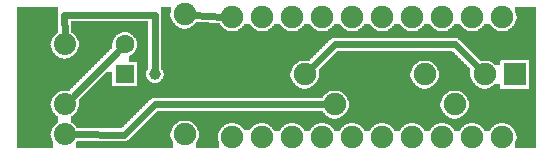
<source format=gtl>
G04 MADE WITH FRITZING*
G04 WWW.FRITZING.ORG*
G04 DOUBLE SIDED*
G04 HOLES PLATED*
G04 CONTOUR ON CENTER OF CONTOUR VECTOR*
%ASAXBY*%
%FSLAX23Y23*%
%MOIN*%
%OFA0B0*%
%SFA1.0B1.0*%
%ADD10C,0.075000*%
%ADD11C,0.062992*%
%ADD12C,0.039370*%
%ADD13C,0.073749*%
%ADD14C,0.075334*%
%ADD15R,0.062992X0.062992*%
%ADD16R,0.075000X0.075000*%
%ADD17C,0.024000*%
%LNCOPPER1*%
G90*
G70*
G54D10*
X102Y448D03*
G54D11*
X400Y286D03*
X400Y385D03*
X400Y286D03*
X400Y385D03*
G54D12*
X500Y285D03*
G54D13*
X200Y85D03*
X200Y185D03*
X200Y385D03*
X200Y85D03*
X200Y185D03*
X200Y385D03*
G54D10*
X600Y485D03*
X600Y85D03*
X600Y485D03*
X600Y85D03*
X1100Y185D03*
X1500Y185D03*
X1100Y185D03*
X1500Y185D03*
X1000Y285D03*
X1400Y285D03*
X1000Y285D03*
X1400Y285D03*
X1700Y285D03*
X1600Y285D03*
X1700Y285D03*
X1600Y285D03*
G54D14*
X958Y476D03*
X1058Y476D03*
X1158Y476D03*
X1258Y476D03*
X1358Y476D03*
X1458Y476D03*
X1558Y476D03*
X1658Y476D03*
X1058Y76D03*
X1158Y76D03*
X1258Y76D03*
X1358Y76D03*
X1458Y76D03*
X1558Y76D03*
X1658Y76D03*
X958Y76D03*
X858Y476D03*
X857Y76D03*
X758Y476D03*
X758Y76D03*
G54D15*
X400Y286D03*
X400Y286D03*
G54D16*
X1700Y285D03*
X1700Y285D03*
G54D17*
X628Y483D02*
X726Y478D01*
D02*
X381Y366D02*
X223Y207D01*
D02*
X500Y484D02*
X199Y484D01*
D02*
X199Y484D02*
X200Y417D01*
D02*
X500Y304D02*
X500Y484D01*
D02*
X500Y185D02*
X399Y84D01*
D02*
X1071Y185D02*
X500Y185D01*
D02*
X399Y84D02*
X232Y85D01*
D02*
X1100Y385D02*
X1020Y305D01*
D02*
X1500Y385D02*
X1100Y385D01*
D02*
X1580Y305D02*
X1500Y385D01*
G36*
X40Y511D02*
X40Y337D01*
X194Y337D01*
X194Y339D01*
X188Y339D01*
X188Y341D01*
X182Y341D01*
X182Y343D01*
X178Y343D01*
X178Y345D01*
X176Y345D01*
X176Y347D01*
X172Y347D01*
X172Y349D01*
X170Y349D01*
X170Y351D01*
X168Y351D01*
X168Y353D01*
X166Y353D01*
X166Y355D01*
X164Y355D01*
X164Y357D01*
X162Y357D01*
X162Y361D01*
X160Y361D01*
X160Y363D01*
X158Y363D01*
X158Y367D01*
X156Y367D01*
X156Y373D01*
X154Y373D01*
X154Y383D01*
X152Y383D01*
X152Y387D01*
X154Y387D01*
X154Y397D01*
X156Y397D01*
X156Y401D01*
X158Y401D01*
X158Y405D01*
X160Y405D01*
X160Y409D01*
X162Y409D01*
X162Y411D01*
X164Y411D01*
X164Y413D01*
X166Y413D01*
X166Y417D01*
X170Y417D01*
X170Y419D01*
X172Y419D01*
X172Y421D01*
X174Y421D01*
X174Y423D01*
X176Y423D01*
X176Y425D01*
X178Y425D01*
X178Y511D01*
X40Y511D01*
G37*
D02*
G36*
X520Y511D02*
X520Y491D01*
X522Y491D01*
X522Y437D01*
X592Y437D01*
X592Y439D01*
X586Y439D01*
X586Y441D01*
X580Y441D01*
X580Y443D01*
X578Y443D01*
X578Y445D01*
X574Y445D01*
X574Y447D01*
X572Y447D01*
X572Y449D01*
X570Y449D01*
X570Y451D01*
X568Y451D01*
X568Y453D01*
X566Y453D01*
X566Y455D01*
X564Y455D01*
X564Y457D01*
X562Y457D01*
X562Y459D01*
X560Y459D01*
X560Y463D01*
X558Y463D01*
X558Y467D01*
X556Y467D01*
X556Y471D01*
X554Y471D01*
X554Y477D01*
X552Y477D01*
X552Y491D01*
X554Y491D01*
X554Y511D01*
X520Y511D01*
G37*
D02*
G36*
X1702Y511D02*
X1702Y489D01*
X1704Y489D01*
X1704Y481D01*
X1706Y481D01*
X1706Y469D01*
X1704Y469D01*
X1704Y463D01*
X1702Y463D01*
X1702Y457D01*
X1700Y457D01*
X1700Y453D01*
X1698Y453D01*
X1698Y451D01*
X1696Y451D01*
X1696Y447D01*
X1694Y447D01*
X1694Y445D01*
X1692Y445D01*
X1692Y443D01*
X1690Y443D01*
X1690Y441D01*
X1688Y441D01*
X1688Y439D01*
X1684Y439D01*
X1684Y437D01*
X1682Y437D01*
X1682Y435D01*
X1678Y435D01*
X1678Y433D01*
X1676Y433D01*
X1676Y431D01*
X1670Y431D01*
X1670Y429D01*
X1658Y429D01*
X1658Y427D01*
X1770Y427D01*
X1770Y511D01*
X1702Y511D01*
G37*
D02*
G36*
X222Y463D02*
X222Y425D01*
X410Y425D01*
X410Y423D01*
X416Y423D01*
X416Y421D01*
X418Y421D01*
X418Y419D01*
X422Y419D01*
X422Y417D01*
X424Y417D01*
X424Y415D01*
X426Y415D01*
X426Y413D01*
X428Y413D01*
X428Y411D01*
X430Y411D01*
X430Y409D01*
X432Y409D01*
X432Y407D01*
X434Y407D01*
X434Y405D01*
X436Y405D01*
X436Y401D01*
X438Y401D01*
X438Y395D01*
X440Y395D01*
X440Y389D01*
X442Y389D01*
X442Y381D01*
X440Y381D01*
X440Y373D01*
X438Y373D01*
X438Y369D01*
X436Y369D01*
X436Y365D01*
X434Y365D01*
X434Y361D01*
X432Y361D01*
X432Y359D01*
X430Y359D01*
X430Y357D01*
X428Y357D01*
X428Y355D01*
X426Y355D01*
X426Y353D01*
X424Y353D01*
X424Y351D01*
X420Y351D01*
X420Y349D01*
X418Y349D01*
X418Y347D01*
X414Y347D01*
X414Y327D01*
X442Y327D01*
X442Y255D01*
X496Y255D01*
X496Y257D01*
X490Y257D01*
X490Y259D01*
X486Y259D01*
X486Y261D01*
X484Y261D01*
X484Y263D01*
X480Y263D01*
X480Y265D01*
X478Y265D01*
X478Y269D01*
X476Y269D01*
X476Y271D01*
X474Y271D01*
X474Y275D01*
X472Y275D01*
X472Y279D01*
X470Y279D01*
X470Y291D01*
X472Y291D01*
X472Y295D01*
X474Y295D01*
X474Y299D01*
X476Y299D01*
X476Y301D01*
X478Y301D01*
X478Y463D01*
X222Y463D01*
G37*
D02*
G36*
X638Y459D02*
X638Y457D01*
X636Y457D01*
X636Y455D01*
X634Y455D01*
X634Y453D01*
X632Y453D01*
X632Y451D01*
X630Y451D01*
X630Y449D01*
X628Y449D01*
X628Y447D01*
X626Y447D01*
X626Y445D01*
X622Y445D01*
X622Y443D01*
X618Y443D01*
X618Y441D01*
X614Y441D01*
X614Y439D01*
X608Y439D01*
X608Y437D01*
X730Y437D01*
X730Y439D01*
X728Y439D01*
X728Y441D01*
X726Y441D01*
X726Y443D01*
X724Y443D01*
X724Y445D01*
X722Y445D01*
X722Y447D01*
X720Y447D01*
X720Y451D01*
X718Y451D01*
X718Y453D01*
X716Y453D01*
X716Y455D01*
X714Y455D01*
X714Y457D01*
X680Y457D01*
X680Y459D01*
X638Y459D01*
G37*
D02*
G36*
X798Y453D02*
X798Y451D01*
X796Y451D01*
X796Y447D01*
X794Y447D01*
X794Y445D01*
X792Y445D01*
X792Y443D01*
X790Y443D01*
X790Y441D01*
X788Y441D01*
X788Y439D01*
X784Y439D01*
X784Y437D01*
X782Y437D01*
X782Y435D01*
X778Y435D01*
X778Y433D01*
X776Y433D01*
X776Y431D01*
X770Y431D01*
X770Y429D01*
X758Y429D01*
X758Y427D01*
X856Y427D01*
X856Y429D01*
X846Y429D01*
X846Y431D01*
X840Y431D01*
X840Y433D01*
X838Y433D01*
X838Y435D01*
X834Y435D01*
X834Y437D01*
X830Y437D01*
X830Y439D01*
X828Y439D01*
X828Y441D01*
X826Y441D01*
X826Y443D01*
X824Y443D01*
X824Y445D01*
X822Y445D01*
X822Y447D01*
X820Y447D01*
X820Y451D01*
X818Y451D01*
X818Y453D01*
X798Y453D01*
G37*
D02*
G36*
X898Y453D02*
X898Y451D01*
X896Y451D01*
X896Y447D01*
X894Y447D01*
X894Y445D01*
X892Y445D01*
X892Y443D01*
X890Y443D01*
X890Y441D01*
X888Y441D01*
X888Y439D01*
X884Y439D01*
X884Y437D01*
X882Y437D01*
X882Y435D01*
X878Y435D01*
X878Y433D01*
X876Y433D01*
X876Y431D01*
X870Y431D01*
X870Y429D01*
X858Y429D01*
X858Y427D01*
X956Y427D01*
X956Y429D01*
X946Y429D01*
X946Y431D01*
X940Y431D01*
X940Y433D01*
X938Y433D01*
X938Y435D01*
X934Y435D01*
X934Y437D01*
X930Y437D01*
X930Y439D01*
X928Y439D01*
X928Y441D01*
X926Y441D01*
X926Y443D01*
X924Y443D01*
X924Y445D01*
X922Y445D01*
X922Y447D01*
X920Y447D01*
X920Y451D01*
X918Y451D01*
X918Y453D01*
X898Y453D01*
G37*
D02*
G36*
X998Y453D02*
X998Y451D01*
X996Y451D01*
X996Y447D01*
X994Y447D01*
X994Y445D01*
X992Y445D01*
X992Y443D01*
X990Y443D01*
X990Y441D01*
X988Y441D01*
X988Y439D01*
X984Y439D01*
X984Y437D01*
X982Y437D01*
X982Y435D01*
X978Y435D01*
X978Y433D01*
X976Y433D01*
X976Y431D01*
X970Y431D01*
X970Y429D01*
X958Y429D01*
X958Y427D01*
X1056Y427D01*
X1056Y429D01*
X1046Y429D01*
X1046Y431D01*
X1040Y431D01*
X1040Y433D01*
X1038Y433D01*
X1038Y435D01*
X1034Y435D01*
X1034Y437D01*
X1030Y437D01*
X1030Y439D01*
X1028Y439D01*
X1028Y441D01*
X1026Y441D01*
X1026Y443D01*
X1024Y443D01*
X1024Y445D01*
X1022Y445D01*
X1022Y447D01*
X1020Y447D01*
X1020Y451D01*
X1018Y451D01*
X1018Y453D01*
X998Y453D01*
G37*
D02*
G36*
X1098Y453D02*
X1098Y451D01*
X1096Y451D01*
X1096Y447D01*
X1094Y447D01*
X1094Y445D01*
X1092Y445D01*
X1092Y443D01*
X1090Y443D01*
X1090Y441D01*
X1088Y441D01*
X1088Y439D01*
X1084Y439D01*
X1084Y437D01*
X1082Y437D01*
X1082Y435D01*
X1078Y435D01*
X1078Y433D01*
X1076Y433D01*
X1076Y431D01*
X1070Y431D01*
X1070Y429D01*
X1058Y429D01*
X1058Y427D01*
X1156Y427D01*
X1156Y429D01*
X1146Y429D01*
X1146Y431D01*
X1140Y431D01*
X1140Y433D01*
X1138Y433D01*
X1138Y435D01*
X1134Y435D01*
X1134Y437D01*
X1130Y437D01*
X1130Y439D01*
X1128Y439D01*
X1128Y441D01*
X1126Y441D01*
X1126Y443D01*
X1124Y443D01*
X1124Y445D01*
X1122Y445D01*
X1122Y447D01*
X1120Y447D01*
X1120Y451D01*
X1118Y451D01*
X1118Y453D01*
X1098Y453D01*
G37*
D02*
G36*
X1198Y453D02*
X1198Y451D01*
X1196Y451D01*
X1196Y447D01*
X1194Y447D01*
X1194Y445D01*
X1192Y445D01*
X1192Y443D01*
X1190Y443D01*
X1190Y441D01*
X1188Y441D01*
X1188Y439D01*
X1184Y439D01*
X1184Y437D01*
X1182Y437D01*
X1182Y435D01*
X1178Y435D01*
X1178Y433D01*
X1176Y433D01*
X1176Y431D01*
X1170Y431D01*
X1170Y429D01*
X1158Y429D01*
X1158Y427D01*
X1256Y427D01*
X1256Y429D01*
X1246Y429D01*
X1246Y431D01*
X1240Y431D01*
X1240Y433D01*
X1238Y433D01*
X1238Y435D01*
X1234Y435D01*
X1234Y437D01*
X1230Y437D01*
X1230Y439D01*
X1228Y439D01*
X1228Y441D01*
X1226Y441D01*
X1226Y443D01*
X1224Y443D01*
X1224Y445D01*
X1222Y445D01*
X1222Y447D01*
X1220Y447D01*
X1220Y451D01*
X1218Y451D01*
X1218Y453D01*
X1198Y453D01*
G37*
D02*
G36*
X1298Y453D02*
X1298Y451D01*
X1296Y451D01*
X1296Y447D01*
X1294Y447D01*
X1294Y445D01*
X1292Y445D01*
X1292Y443D01*
X1290Y443D01*
X1290Y441D01*
X1288Y441D01*
X1288Y439D01*
X1284Y439D01*
X1284Y437D01*
X1282Y437D01*
X1282Y435D01*
X1278Y435D01*
X1278Y433D01*
X1276Y433D01*
X1276Y431D01*
X1270Y431D01*
X1270Y429D01*
X1258Y429D01*
X1258Y427D01*
X1356Y427D01*
X1356Y429D01*
X1346Y429D01*
X1346Y431D01*
X1340Y431D01*
X1340Y433D01*
X1338Y433D01*
X1338Y435D01*
X1334Y435D01*
X1334Y437D01*
X1330Y437D01*
X1330Y439D01*
X1328Y439D01*
X1328Y441D01*
X1326Y441D01*
X1326Y443D01*
X1324Y443D01*
X1324Y445D01*
X1322Y445D01*
X1322Y447D01*
X1320Y447D01*
X1320Y451D01*
X1318Y451D01*
X1318Y453D01*
X1298Y453D01*
G37*
D02*
G36*
X1398Y453D02*
X1398Y451D01*
X1396Y451D01*
X1396Y447D01*
X1394Y447D01*
X1394Y445D01*
X1392Y445D01*
X1392Y443D01*
X1390Y443D01*
X1390Y441D01*
X1388Y441D01*
X1388Y439D01*
X1384Y439D01*
X1384Y437D01*
X1382Y437D01*
X1382Y435D01*
X1378Y435D01*
X1378Y433D01*
X1376Y433D01*
X1376Y431D01*
X1370Y431D01*
X1370Y429D01*
X1358Y429D01*
X1358Y427D01*
X1456Y427D01*
X1456Y429D01*
X1446Y429D01*
X1446Y431D01*
X1440Y431D01*
X1440Y433D01*
X1438Y433D01*
X1438Y435D01*
X1434Y435D01*
X1434Y437D01*
X1430Y437D01*
X1430Y439D01*
X1428Y439D01*
X1428Y441D01*
X1426Y441D01*
X1426Y443D01*
X1424Y443D01*
X1424Y445D01*
X1422Y445D01*
X1422Y447D01*
X1420Y447D01*
X1420Y451D01*
X1418Y451D01*
X1418Y453D01*
X1398Y453D01*
G37*
D02*
G36*
X1498Y453D02*
X1498Y451D01*
X1496Y451D01*
X1496Y447D01*
X1494Y447D01*
X1494Y445D01*
X1492Y445D01*
X1492Y443D01*
X1490Y443D01*
X1490Y441D01*
X1488Y441D01*
X1488Y439D01*
X1484Y439D01*
X1484Y437D01*
X1482Y437D01*
X1482Y435D01*
X1478Y435D01*
X1478Y433D01*
X1476Y433D01*
X1476Y431D01*
X1470Y431D01*
X1470Y429D01*
X1458Y429D01*
X1458Y427D01*
X1556Y427D01*
X1556Y429D01*
X1546Y429D01*
X1546Y431D01*
X1540Y431D01*
X1540Y433D01*
X1538Y433D01*
X1538Y435D01*
X1534Y435D01*
X1534Y437D01*
X1530Y437D01*
X1530Y439D01*
X1528Y439D01*
X1528Y441D01*
X1526Y441D01*
X1526Y443D01*
X1524Y443D01*
X1524Y445D01*
X1522Y445D01*
X1522Y447D01*
X1520Y447D01*
X1520Y451D01*
X1518Y451D01*
X1518Y453D01*
X1498Y453D01*
G37*
D02*
G36*
X1598Y453D02*
X1598Y451D01*
X1596Y451D01*
X1596Y447D01*
X1594Y447D01*
X1594Y445D01*
X1592Y445D01*
X1592Y443D01*
X1590Y443D01*
X1590Y441D01*
X1588Y441D01*
X1588Y439D01*
X1584Y439D01*
X1584Y437D01*
X1582Y437D01*
X1582Y435D01*
X1578Y435D01*
X1578Y433D01*
X1576Y433D01*
X1576Y431D01*
X1570Y431D01*
X1570Y429D01*
X1558Y429D01*
X1558Y427D01*
X1656Y427D01*
X1656Y429D01*
X1646Y429D01*
X1646Y431D01*
X1640Y431D01*
X1640Y433D01*
X1638Y433D01*
X1638Y435D01*
X1634Y435D01*
X1634Y437D01*
X1630Y437D01*
X1630Y439D01*
X1628Y439D01*
X1628Y441D01*
X1626Y441D01*
X1626Y443D01*
X1624Y443D01*
X1624Y445D01*
X1622Y445D01*
X1622Y447D01*
X1620Y447D01*
X1620Y451D01*
X1618Y451D01*
X1618Y453D01*
X1598Y453D01*
G37*
D02*
G36*
X522Y437D02*
X522Y435D01*
X734Y435D01*
X734Y437D01*
X522Y437D01*
G37*
D02*
G36*
X522Y437D02*
X522Y435D01*
X734Y435D01*
X734Y437D01*
X522Y437D01*
G37*
D02*
G36*
X522Y435D02*
X522Y427D01*
X756Y427D01*
X756Y429D01*
X746Y429D01*
X746Y431D01*
X740Y431D01*
X740Y433D01*
X738Y433D01*
X738Y435D01*
X522Y435D01*
G37*
D02*
G36*
X522Y427D02*
X522Y425D01*
X1770Y425D01*
X1770Y427D01*
X522Y427D01*
G37*
D02*
G36*
X522Y427D02*
X522Y425D01*
X1770Y425D01*
X1770Y427D01*
X522Y427D01*
G37*
D02*
G36*
X522Y427D02*
X522Y425D01*
X1770Y425D01*
X1770Y427D01*
X522Y427D01*
G37*
D02*
G36*
X522Y427D02*
X522Y425D01*
X1770Y425D01*
X1770Y427D01*
X522Y427D01*
G37*
D02*
G36*
X522Y427D02*
X522Y425D01*
X1770Y425D01*
X1770Y427D01*
X522Y427D01*
G37*
D02*
G36*
X522Y427D02*
X522Y425D01*
X1770Y425D01*
X1770Y427D01*
X522Y427D01*
G37*
D02*
G36*
X522Y427D02*
X522Y425D01*
X1770Y425D01*
X1770Y427D01*
X522Y427D01*
G37*
D02*
G36*
X522Y427D02*
X522Y425D01*
X1770Y425D01*
X1770Y427D01*
X522Y427D01*
G37*
D02*
G36*
X522Y427D02*
X522Y425D01*
X1770Y425D01*
X1770Y427D01*
X522Y427D01*
G37*
D02*
G36*
X522Y427D02*
X522Y425D01*
X1770Y425D01*
X1770Y427D01*
X522Y427D01*
G37*
D02*
G36*
X522Y427D02*
X522Y425D01*
X1770Y425D01*
X1770Y427D01*
X522Y427D01*
G37*
D02*
G36*
X222Y425D02*
X222Y423D01*
X226Y423D01*
X226Y421D01*
X228Y421D01*
X228Y419D01*
X230Y419D01*
X230Y417D01*
X232Y417D01*
X232Y415D01*
X234Y415D01*
X234Y413D01*
X236Y413D01*
X236Y411D01*
X238Y411D01*
X238Y407D01*
X240Y407D01*
X240Y405D01*
X242Y405D01*
X242Y401D01*
X244Y401D01*
X244Y395D01*
X246Y395D01*
X246Y375D01*
X244Y375D01*
X244Y369D01*
X242Y369D01*
X242Y365D01*
X240Y365D01*
X240Y361D01*
X238Y361D01*
X238Y359D01*
X236Y359D01*
X236Y355D01*
X234Y355D01*
X234Y353D01*
X232Y353D01*
X232Y351D01*
X230Y351D01*
X230Y349D01*
X226Y349D01*
X226Y347D01*
X224Y347D01*
X224Y345D01*
X220Y345D01*
X220Y343D01*
X218Y343D01*
X218Y341D01*
X212Y341D01*
X212Y339D01*
X204Y339D01*
X204Y337D01*
X322Y337D01*
X322Y339D01*
X324Y339D01*
X324Y341D01*
X326Y341D01*
X326Y343D01*
X328Y343D01*
X328Y345D01*
X330Y345D01*
X330Y347D01*
X332Y347D01*
X332Y349D01*
X334Y349D01*
X334Y351D01*
X336Y351D01*
X336Y353D01*
X338Y353D01*
X338Y355D01*
X340Y355D01*
X340Y357D01*
X342Y357D01*
X342Y359D01*
X344Y359D01*
X344Y361D01*
X346Y361D01*
X346Y363D01*
X348Y363D01*
X348Y365D01*
X350Y365D01*
X350Y367D01*
X352Y367D01*
X352Y369D01*
X354Y369D01*
X354Y371D01*
X356Y371D01*
X356Y373D01*
X358Y373D01*
X358Y391D01*
X360Y391D01*
X360Y397D01*
X362Y397D01*
X362Y401D01*
X364Y401D01*
X364Y405D01*
X366Y405D01*
X366Y407D01*
X368Y407D01*
X368Y411D01*
X370Y411D01*
X370Y413D01*
X372Y413D01*
X372Y415D01*
X374Y415D01*
X374Y417D01*
X378Y417D01*
X378Y419D01*
X380Y419D01*
X380Y421D01*
X384Y421D01*
X384Y423D01*
X390Y423D01*
X390Y425D01*
X222Y425D01*
G37*
D02*
G36*
X522Y425D02*
X522Y407D01*
X1504Y407D01*
X1504Y405D01*
X1510Y405D01*
X1510Y403D01*
X1512Y403D01*
X1512Y401D01*
X1516Y401D01*
X1516Y399D01*
X1518Y399D01*
X1518Y397D01*
X1520Y397D01*
X1520Y395D01*
X1522Y395D01*
X1522Y393D01*
X1524Y393D01*
X1524Y391D01*
X1526Y391D01*
X1526Y389D01*
X1528Y389D01*
X1528Y387D01*
X1530Y387D01*
X1530Y385D01*
X1532Y385D01*
X1532Y383D01*
X1534Y383D01*
X1534Y381D01*
X1536Y381D01*
X1536Y379D01*
X1538Y379D01*
X1538Y377D01*
X1540Y377D01*
X1540Y375D01*
X1542Y375D01*
X1542Y373D01*
X1544Y373D01*
X1544Y371D01*
X1546Y371D01*
X1546Y369D01*
X1548Y369D01*
X1548Y367D01*
X1550Y367D01*
X1550Y365D01*
X1552Y365D01*
X1552Y363D01*
X1554Y363D01*
X1554Y361D01*
X1556Y361D01*
X1556Y359D01*
X1558Y359D01*
X1558Y357D01*
X1560Y357D01*
X1560Y355D01*
X1562Y355D01*
X1562Y353D01*
X1564Y353D01*
X1564Y351D01*
X1566Y351D01*
X1566Y349D01*
X1568Y349D01*
X1568Y347D01*
X1570Y347D01*
X1570Y345D01*
X1572Y345D01*
X1572Y343D01*
X1574Y343D01*
X1574Y341D01*
X1576Y341D01*
X1576Y339D01*
X1578Y339D01*
X1578Y337D01*
X1580Y337D01*
X1580Y335D01*
X1582Y335D01*
X1582Y333D01*
X1746Y333D01*
X1746Y331D01*
X1748Y331D01*
X1748Y237D01*
X1770Y237D01*
X1770Y425D01*
X522Y425D01*
G37*
D02*
G36*
X522Y407D02*
X522Y301D01*
X524Y301D01*
X524Y299D01*
X526Y299D01*
X526Y295D01*
X528Y295D01*
X528Y291D01*
X530Y291D01*
X530Y281D01*
X528Y281D01*
X528Y275D01*
X526Y275D01*
X526Y271D01*
X524Y271D01*
X524Y269D01*
X522Y269D01*
X522Y265D01*
X520Y265D01*
X520Y263D01*
X516Y263D01*
X516Y261D01*
X514Y261D01*
X514Y259D01*
X510Y259D01*
X510Y257D01*
X504Y257D01*
X504Y255D01*
X964Y255D01*
X964Y257D01*
X962Y257D01*
X962Y259D01*
X960Y259D01*
X960Y263D01*
X958Y263D01*
X958Y267D01*
X956Y267D01*
X956Y271D01*
X954Y271D01*
X954Y277D01*
X952Y277D01*
X952Y291D01*
X954Y291D01*
X954Y297D01*
X956Y297D01*
X956Y303D01*
X958Y303D01*
X958Y307D01*
X960Y307D01*
X960Y309D01*
X962Y309D01*
X962Y313D01*
X964Y313D01*
X964Y315D01*
X966Y315D01*
X966Y317D01*
X968Y317D01*
X968Y319D01*
X970Y319D01*
X970Y321D01*
X974Y321D01*
X974Y323D01*
X976Y323D01*
X976Y325D01*
X980Y325D01*
X980Y327D01*
X982Y327D01*
X982Y329D01*
X988Y329D01*
X988Y331D01*
X1016Y331D01*
X1016Y333D01*
X1018Y333D01*
X1018Y335D01*
X1020Y335D01*
X1020Y337D01*
X1022Y337D01*
X1022Y339D01*
X1024Y339D01*
X1024Y341D01*
X1026Y341D01*
X1026Y343D01*
X1028Y343D01*
X1028Y345D01*
X1030Y345D01*
X1030Y347D01*
X1032Y347D01*
X1032Y349D01*
X1034Y349D01*
X1034Y351D01*
X1036Y351D01*
X1036Y353D01*
X1038Y353D01*
X1038Y355D01*
X1040Y355D01*
X1040Y357D01*
X1042Y357D01*
X1042Y359D01*
X1044Y359D01*
X1044Y361D01*
X1046Y361D01*
X1046Y363D01*
X1048Y363D01*
X1048Y365D01*
X1050Y365D01*
X1050Y367D01*
X1052Y367D01*
X1052Y369D01*
X1054Y369D01*
X1054Y371D01*
X1056Y371D01*
X1056Y373D01*
X1058Y373D01*
X1058Y375D01*
X1060Y375D01*
X1060Y377D01*
X1062Y377D01*
X1062Y379D01*
X1064Y379D01*
X1064Y381D01*
X1066Y381D01*
X1066Y383D01*
X1068Y383D01*
X1068Y385D01*
X1070Y385D01*
X1070Y387D01*
X1072Y387D01*
X1072Y389D01*
X1074Y389D01*
X1074Y391D01*
X1076Y391D01*
X1076Y393D01*
X1078Y393D01*
X1078Y395D01*
X1080Y395D01*
X1080Y397D01*
X1082Y397D01*
X1082Y399D01*
X1084Y399D01*
X1084Y401D01*
X1088Y401D01*
X1088Y403D01*
X1090Y403D01*
X1090Y405D01*
X1096Y405D01*
X1096Y407D01*
X522Y407D01*
G37*
D02*
G36*
X1108Y363D02*
X1108Y361D01*
X1106Y361D01*
X1106Y359D01*
X1104Y359D01*
X1104Y357D01*
X1102Y357D01*
X1102Y355D01*
X1100Y355D01*
X1100Y353D01*
X1098Y353D01*
X1098Y351D01*
X1096Y351D01*
X1096Y349D01*
X1094Y349D01*
X1094Y347D01*
X1092Y347D01*
X1092Y345D01*
X1090Y345D01*
X1090Y343D01*
X1088Y343D01*
X1088Y341D01*
X1086Y341D01*
X1086Y339D01*
X1084Y339D01*
X1084Y337D01*
X1082Y337D01*
X1082Y335D01*
X1080Y335D01*
X1080Y333D01*
X1078Y333D01*
X1078Y331D01*
X1412Y331D01*
X1412Y329D01*
X1416Y329D01*
X1416Y327D01*
X1420Y327D01*
X1420Y325D01*
X1424Y325D01*
X1424Y323D01*
X1426Y323D01*
X1426Y321D01*
X1428Y321D01*
X1428Y319D01*
X1432Y319D01*
X1432Y317D01*
X1434Y317D01*
X1434Y313D01*
X1436Y313D01*
X1436Y311D01*
X1438Y311D01*
X1438Y309D01*
X1440Y309D01*
X1440Y305D01*
X1442Y305D01*
X1442Y301D01*
X1444Y301D01*
X1444Y297D01*
X1446Y297D01*
X1446Y289D01*
X1448Y289D01*
X1448Y281D01*
X1446Y281D01*
X1446Y273D01*
X1444Y273D01*
X1444Y267D01*
X1442Y267D01*
X1442Y263D01*
X1440Y263D01*
X1440Y261D01*
X1438Y261D01*
X1438Y257D01*
X1436Y257D01*
X1436Y255D01*
X1434Y255D01*
X1434Y253D01*
X1432Y253D01*
X1432Y251D01*
X1430Y251D01*
X1430Y249D01*
X1428Y249D01*
X1428Y247D01*
X1426Y247D01*
X1426Y245D01*
X1422Y245D01*
X1422Y243D01*
X1418Y243D01*
X1418Y241D01*
X1414Y241D01*
X1414Y239D01*
X1408Y239D01*
X1408Y237D01*
X1592Y237D01*
X1592Y239D01*
X1586Y239D01*
X1586Y241D01*
X1580Y241D01*
X1580Y243D01*
X1578Y243D01*
X1578Y245D01*
X1574Y245D01*
X1574Y247D01*
X1572Y247D01*
X1572Y249D01*
X1570Y249D01*
X1570Y251D01*
X1568Y251D01*
X1568Y253D01*
X1566Y253D01*
X1566Y255D01*
X1564Y255D01*
X1564Y257D01*
X1562Y257D01*
X1562Y259D01*
X1560Y259D01*
X1560Y263D01*
X1558Y263D01*
X1558Y267D01*
X1556Y267D01*
X1556Y271D01*
X1554Y271D01*
X1554Y277D01*
X1552Y277D01*
X1552Y303D01*
X1550Y303D01*
X1550Y305D01*
X1548Y305D01*
X1548Y307D01*
X1546Y307D01*
X1546Y309D01*
X1544Y309D01*
X1544Y311D01*
X1542Y311D01*
X1542Y313D01*
X1540Y313D01*
X1540Y315D01*
X1538Y315D01*
X1538Y317D01*
X1536Y317D01*
X1536Y319D01*
X1534Y319D01*
X1534Y321D01*
X1532Y321D01*
X1532Y323D01*
X1530Y323D01*
X1530Y325D01*
X1528Y325D01*
X1528Y327D01*
X1526Y327D01*
X1526Y329D01*
X1524Y329D01*
X1524Y331D01*
X1522Y331D01*
X1522Y333D01*
X1520Y333D01*
X1520Y335D01*
X1518Y335D01*
X1518Y337D01*
X1516Y337D01*
X1516Y339D01*
X1514Y339D01*
X1514Y341D01*
X1512Y341D01*
X1512Y343D01*
X1510Y343D01*
X1510Y345D01*
X1508Y345D01*
X1508Y347D01*
X1506Y347D01*
X1506Y349D01*
X1504Y349D01*
X1504Y351D01*
X1502Y351D01*
X1502Y353D01*
X1500Y353D01*
X1500Y355D01*
X1498Y355D01*
X1498Y357D01*
X1496Y357D01*
X1496Y359D01*
X1494Y359D01*
X1494Y361D01*
X1492Y361D01*
X1492Y363D01*
X1108Y363D01*
G37*
D02*
G36*
X40Y337D02*
X40Y335D01*
X320Y335D01*
X320Y337D01*
X40Y337D01*
G37*
D02*
G36*
X40Y337D02*
X40Y335D01*
X320Y335D01*
X320Y337D01*
X40Y337D01*
G37*
D02*
G36*
X40Y335D02*
X40Y41D01*
X162Y41D01*
X162Y61D01*
X160Y61D01*
X160Y63D01*
X158Y63D01*
X158Y67D01*
X156Y67D01*
X156Y73D01*
X154Y73D01*
X154Y83D01*
X152Y83D01*
X152Y87D01*
X154Y87D01*
X154Y97D01*
X156Y97D01*
X156Y101D01*
X158Y101D01*
X158Y105D01*
X160Y105D01*
X160Y109D01*
X162Y109D01*
X162Y111D01*
X164Y111D01*
X164Y113D01*
X166Y113D01*
X166Y117D01*
X170Y117D01*
X170Y119D01*
X172Y119D01*
X172Y121D01*
X174Y121D01*
X174Y123D01*
X176Y123D01*
X176Y125D01*
X178Y125D01*
X178Y145D01*
X176Y145D01*
X176Y147D01*
X172Y147D01*
X172Y149D01*
X170Y149D01*
X170Y151D01*
X168Y151D01*
X168Y153D01*
X166Y153D01*
X166Y155D01*
X164Y155D01*
X164Y157D01*
X162Y157D01*
X162Y161D01*
X160Y161D01*
X160Y163D01*
X158Y163D01*
X158Y167D01*
X156Y167D01*
X156Y173D01*
X154Y173D01*
X154Y183D01*
X152Y183D01*
X152Y187D01*
X154Y187D01*
X154Y197D01*
X156Y197D01*
X156Y201D01*
X158Y201D01*
X158Y205D01*
X160Y205D01*
X160Y209D01*
X162Y209D01*
X162Y211D01*
X164Y211D01*
X164Y213D01*
X166Y213D01*
X166Y217D01*
X170Y217D01*
X170Y219D01*
X172Y219D01*
X172Y221D01*
X174Y221D01*
X174Y223D01*
X176Y223D01*
X176Y225D01*
X180Y225D01*
X180Y227D01*
X184Y227D01*
X184Y229D01*
X190Y229D01*
X190Y231D01*
X216Y231D01*
X216Y233D01*
X218Y233D01*
X218Y235D01*
X220Y235D01*
X220Y237D01*
X222Y237D01*
X222Y239D01*
X224Y239D01*
X224Y241D01*
X226Y241D01*
X226Y243D01*
X228Y243D01*
X228Y245D01*
X230Y245D01*
X230Y247D01*
X232Y247D01*
X232Y249D01*
X234Y249D01*
X234Y251D01*
X236Y251D01*
X236Y253D01*
X238Y253D01*
X238Y255D01*
X240Y255D01*
X240Y257D01*
X242Y257D01*
X242Y259D01*
X244Y259D01*
X244Y261D01*
X246Y261D01*
X246Y263D01*
X248Y263D01*
X248Y265D01*
X250Y265D01*
X250Y267D01*
X252Y267D01*
X252Y269D01*
X254Y269D01*
X254Y271D01*
X256Y271D01*
X256Y273D01*
X258Y273D01*
X258Y275D01*
X260Y275D01*
X260Y277D01*
X262Y277D01*
X262Y279D01*
X264Y279D01*
X264Y281D01*
X266Y281D01*
X266Y283D01*
X268Y283D01*
X268Y285D01*
X270Y285D01*
X270Y287D01*
X272Y287D01*
X272Y289D01*
X274Y289D01*
X274Y291D01*
X276Y291D01*
X276Y293D01*
X278Y293D01*
X278Y295D01*
X280Y295D01*
X280Y297D01*
X282Y297D01*
X282Y299D01*
X284Y299D01*
X284Y301D01*
X286Y301D01*
X286Y303D01*
X288Y303D01*
X288Y305D01*
X290Y305D01*
X290Y307D01*
X292Y307D01*
X292Y309D01*
X294Y309D01*
X294Y311D01*
X296Y311D01*
X296Y313D01*
X298Y313D01*
X298Y315D01*
X300Y315D01*
X300Y317D01*
X302Y317D01*
X302Y319D01*
X304Y319D01*
X304Y321D01*
X306Y321D01*
X306Y323D01*
X308Y323D01*
X308Y325D01*
X310Y325D01*
X310Y327D01*
X312Y327D01*
X312Y329D01*
X314Y329D01*
X314Y331D01*
X316Y331D01*
X316Y333D01*
X318Y333D01*
X318Y335D01*
X40Y335D01*
G37*
D02*
G36*
X1584Y333D02*
X1584Y331D01*
X1612Y331D01*
X1612Y329D01*
X1616Y329D01*
X1616Y327D01*
X1620Y327D01*
X1620Y325D01*
X1624Y325D01*
X1624Y323D01*
X1626Y323D01*
X1626Y321D01*
X1628Y321D01*
X1628Y319D01*
X1632Y319D01*
X1632Y317D01*
X1652Y317D01*
X1652Y331D01*
X1654Y331D01*
X1654Y333D01*
X1584Y333D01*
G37*
D02*
G36*
X1076Y331D02*
X1076Y329D01*
X1074Y329D01*
X1074Y327D01*
X1072Y327D01*
X1072Y325D01*
X1070Y325D01*
X1070Y323D01*
X1068Y323D01*
X1068Y321D01*
X1066Y321D01*
X1066Y319D01*
X1064Y319D01*
X1064Y317D01*
X1062Y317D01*
X1062Y315D01*
X1060Y315D01*
X1060Y313D01*
X1058Y313D01*
X1058Y311D01*
X1056Y311D01*
X1056Y309D01*
X1054Y309D01*
X1054Y307D01*
X1052Y307D01*
X1052Y305D01*
X1050Y305D01*
X1050Y303D01*
X1048Y303D01*
X1048Y281D01*
X1046Y281D01*
X1046Y273D01*
X1044Y273D01*
X1044Y267D01*
X1042Y267D01*
X1042Y263D01*
X1040Y263D01*
X1040Y261D01*
X1038Y261D01*
X1038Y257D01*
X1036Y257D01*
X1036Y255D01*
X1034Y255D01*
X1034Y253D01*
X1032Y253D01*
X1032Y251D01*
X1030Y251D01*
X1030Y249D01*
X1028Y249D01*
X1028Y247D01*
X1026Y247D01*
X1026Y245D01*
X1022Y245D01*
X1022Y243D01*
X1018Y243D01*
X1018Y241D01*
X1014Y241D01*
X1014Y239D01*
X1008Y239D01*
X1008Y237D01*
X1392Y237D01*
X1392Y239D01*
X1386Y239D01*
X1386Y241D01*
X1380Y241D01*
X1380Y243D01*
X1378Y243D01*
X1378Y245D01*
X1374Y245D01*
X1374Y247D01*
X1372Y247D01*
X1372Y249D01*
X1370Y249D01*
X1370Y251D01*
X1368Y251D01*
X1368Y253D01*
X1366Y253D01*
X1366Y255D01*
X1364Y255D01*
X1364Y257D01*
X1362Y257D01*
X1362Y259D01*
X1360Y259D01*
X1360Y263D01*
X1358Y263D01*
X1358Y267D01*
X1356Y267D01*
X1356Y271D01*
X1354Y271D01*
X1354Y277D01*
X1352Y277D01*
X1352Y291D01*
X1354Y291D01*
X1354Y297D01*
X1356Y297D01*
X1356Y303D01*
X1358Y303D01*
X1358Y307D01*
X1360Y307D01*
X1360Y309D01*
X1362Y309D01*
X1362Y313D01*
X1364Y313D01*
X1364Y315D01*
X1366Y315D01*
X1366Y317D01*
X1368Y317D01*
X1368Y319D01*
X1370Y319D01*
X1370Y321D01*
X1374Y321D01*
X1374Y323D01*
X1376Y323D01*
X1376Y325D01*
X1380Y325D01*
X1380Y327D01*
X1382Y327D01*
X1382Y329D01*
X1388Y329D01*
X1388Y331D01*
X1076Y331D01*
G37*
D02*
G36*
X338Y293D02*
X338Y291D01*
X336Y291D01*
X336Y289D01*
X334Y289D01*
X334Y287D01*
X332Y287D01*
X332Y285D01*
X330Y285D01*
X330Y283D01*
X328Y283D01*
X328Y281D01*
X326Y281D01*
X326Y279D01*
X324Y279D01*
X324Y277D01*
X322Y277D01*
X322Y275D01*
X320Y275D01*
X320Y273D01*
X318Y273D01*
X318Y271D01*
X316Y271D01*
X316Y269D01*
X314Y269D01*
X314Y267D01*
X312Y267D01*
X312Y265D01*
X310Y265D01*
X310Y263D01*
X308Y263D01*
X308Y261D01*
X306Y261D01*
X306Y259D01*
X304Y259D01*
X304Y257D01*
X302Y257D01*
X302Y255D01*
X300Y255D01*
X300Y253D01*
X298Y253D01*
X298Y251D01*
X296Y251D01*
X296Y249D01*
X294Y249D01*
X294Y247D01*
X292Y247D01*
X292Y245D01*
X358Y245D01*
X358Y293D01*
X338Y293D01*
G37*
D02*
G36*
X442Y255D02*
X442Y253D01*
X966Y253D01*
X966Y255D01*
X442Y255D01*
G37*
D02*
G36*
X442Y255D02*
X442Y253D01*
X966Y253D01*
X966Y255D01*
X442Y255D01*
G37*
D02*
G36*
X442Y253D02*
X442Y245D01*
X974Y245D01*
X974Y247D01*
X972Y247D01*
X972Y249D01*
X970Y249D01*
X970Y251D01*
X968Y251D01*
X968Y253D01*
X442Y253D01*
G37*
D02*
G36*
X1632Y253D02*
X1632Y251D01*
X1630Y251D01*
X1630Y249D01*
X1628Y249D01*
X1628Y247D01*
X1626Y247D01*
X1626Y245D01*
X1622Y245D01*
X1622Y243D01*
X1618Y243D01*
X1618Y241D01*
X1614Y241D01*
X1614Y239D01*
X1608Y239D01*
X1608Y237D01*
X1652Y237D01*
X1652Y253D01*
X1632Y253D01*
G37*
D02*
G36*
X290Y245D02*
X290Y243D01*
X978Y243D01*
X978Y245D01*
X290Y245D01*
G37*
D02*
G36*
X290Y245D02*
X290Y243D01*
X978Y243D01*
X978Y245D01*
X290Y245D01*
G37*
D02*
G36*
X288Y243D02*
X288Y241D01*
X286Y241D01*
X286Y239D01*
X284Y239D01*
X284Y237D01*
X992Y237D01*
X992Y239D01*
X986Y239D01*
X986Y241D01*
X980Y241D01*
X980Y243D01*
X288Y243D01*
G37*
D02*
G36*
X282Y237D02*
X282Y235D01*
X1770Y235D01*
X1770Y237D01*
X282Y237D01*
G37*
D02*
G36*
X282Y237D02*
X282Y235D01*
X1770Y235D01*
X1770Y237D01*
X282Y237D01*
G37*
D02*
G36*
X282Y237D02*
X282Y235D01*
X1770Y235D01*
X1770Y237D01*
X282Y237D01*
G37*
D02*
G36*
X282Y237D02*
X282Y235D01*
X1770Y235D01*
X1770Y237D01*
X282Y237D01*
G37*
D02*
G36*
X282Y237D02*
X282Y235D01*
X1770Y235D01*
X1770Y237D01*
X282Y237D01*
G37*
D02*
G36*
X280Y235D02*
X280Y233D01*
X278Y233D01*
X278Y231D01*
X1512Y231D01*
X1512Y229D01*
X1516Y229D01*
X1516Y227D01*
X1520Y227D01*
X1520Y225D01*
X1524Y225D01*
X1524Y223D01*
X1526Y223D01*
X1526Y221D01*
X1528Y221D01*
X1528Y219D01*
X1532Y219D01*
X1532Y217D01*
X1534Y217D01*
X1534Y213D01*
X1536Y213D01*
X1536Y211D01*
X1538Y211D01*
X1538Y209D01*
X1540Y209D01*
X1540Y205D01*
X1542Y205D01*
X1542Y201D01*
X1544Y201D01*
X1544Y197D01*
X1546Y197D01*
X1546Y189D01*
X1548Y189D01*
X1548Y181D01*
X1546Y181D01*
X1546Y173D01*
X1544Y173D01*
X1544Y167D01*
X1542Y167D01*
X1542Y163D01*
X1540Y163D01*
X1540Y161D01*
X1538Y161D01*
X1538Y157D01*
X1536Y157D01*
X1536Y155D01*
X1534Y155D01*
X1534Y153D01*
X1532Y153D01*
X1532Y151D01*
X1530Y151D01*
X1530Y149D01*
X1528Y149D01*
X1528Y147D01*
X1526Y147D01*
X1526Y145D01*
X1522Y145D01*
X1522Y143D01*
X1518Y143D01*
X1518Y141D01*
X1514Y141D01*
X1514Y139D01*
X1508Y139D01*
X1508Y137D01*
X1770Y137D01*
X1770Y235D01*
X280Y235D01*
G37*
D02*
G36*
X276Y231D02*
X276Y229D01*
X274Y229D01*
X274Y227D01*
X272Y227D01*
X272Y225D01*
X270Y225D01*
X270Y223D01*
X268Y223D01*
X268Y221D01*
X266Y221D01*
X266Y219D01*
X264Y219D01*
X264Y217D01*
X262Y217D01*
X262Y215D01*
X260Y215D01*
X260Y213D01*
X258Y213D01*
X258Y211D01*
X256Y211D01*
X256Y209D01*
X254Y209D01*
X254Y207D01*
X252Y207D01*
X252Y205D01*
X250Y205D01*
X250Y203D01*
X248Y203D01*
X248Y201D01*
X246Y201D01*
X246Y175D01*
X244Y175D01*
X244Y169D01*
X242Y169D01*
X242Y165D01*
X240Y165D01*
X240Y161D01*
X238Y161D01*
X238Y159D01*
X236Y159D01*
X236Y155D01*
X234Y155D01*
X234Y153D01*
X232Y153D01*
X232Y151D01*
X230Y151D01*
X230Y149D01*
X226Y149D01*
X226Y147D01*
X224Y147D01*
X224Y145D01*
X220Y145D01*
X220Y125D01*
X222Y125D01*
X222Y123D01*
X226Y123D01*
X226Y121D01*
X228Y121D01*
X228Y119D01*
X230Y119D01*
X230Y117D01*
X232Y117D01*
X232Y115D01*
X234Y115D01*
X234Y113D01*
X236Y113D01*
X236Y111D01*
X238Y111D01*
X238Y107D01*
X392Y107D01*
X392Y109D01*
X394Y109D01*
X394Y111D01*
X396Y111D01*
X396Y113D01*
X398Y113D01*
X398Y115D01*
X400Y115D01*
X400Y117D01*
X402Y117D01*
X402Y119D01*
X404Y119D01*
X404Y121D01*
X406Y121D01*
X406Y123D01*
X408Y123D01*
X408Y125D01*
X410Y125D01*
X410Y127D01*
X412Y127D01*
X412Y129D01*
X414Y129D01*
X414Y131D01*
X416Y131D01*
X416Y133D01*
X418Y133D01*
X418Y135D01*
X420Y135D01*
X420Y137D01*
X422Y137D01*
X422Y139D01*
X424Y139D01*
X424Y141D01*
X426Y141D01*
X426Y143D01*
X428Y143D01*
X428Y145D01*
X430Y145D01*
X430Y147D01*
X432Y147D01*
X432Y149D01*
X434Y149D01*
X434Y151D01*
X436Y151D01*
X436Y153D01*
X438Y153D01*
X438Y155D01*
X440Y155D01*
X440Y157D01*
X442Y157D01*
X442Y159D01*
X444Y159D01*
X444Y161D01*
X446Y161D01*
X446Y163D01*
X448Y163D01*
X448Y165D01*
X450Y165D01*
X450Y167D01*
X452Y167D01*
X452Y169D01*
X454Y169D01*
X454Y171D01*
X456Y171D01*
X456Y173D01*
X458Y173D01*
X458Y175D01*
X460Y175D01*
X460Y177D01*
X462Y177D01*
X462Y179D01*
X464Y179D01*
X464Y181D01*
X466Y181D01*
X466Y183D01*
X468Y183D01*
X468Y185D01*
X470Y185D01*
X470Y187D01*
X472Y187D01*
X472Y189D01*
X474Y189D01*
X474Y191D01*
X476Y191D01*
X476Y193D01*
X478Y193D01*
X478Y195D01*
X480Y195D01*
X480Y197D01*
X482Y197D01*
X482Y199D01*
X484Y199D01*
X484Y201D01*
X486Y201D01*
X486Y203D01*
X490Y203D01*
X490Y205D01*
X494Y205D01*
X494Y207D01*
X1060Y207D01*
X1060Y209D01*
X1062Y209D01*
X1062Y213D01*
X1064Y213D01*
X1064Y215D01*
X1066Y215D01*
X1066Y217D01*
X1068Y217D01*
X1068Y219D01*
X1070Y219D01*
X1070Y221D01*
X1074Y221D01*
X1074Y223D01*
X1076Y223D01*
X1076Y225D01*
X1080Y225D01*
X1080Y227D01*
X1082Y227D01*
X1082Y229D01*
X1088Y229D01*
X1088Y231D01*
X276Y231D01*
G37*
D02*
G36*
X1112Y231D02*
X1112Y229D01*
X1116Y229D01*
X1116Y227D01*
X1120Y227D01*
X1120Y225D01*
X1124Y225D01*
X1124Y223D01*
X1126Y223D01*
X1126Y221D01*
X1128Y221D01*
X1128Y219D01*
X1132Y219D01*
X1132Y217D01*
X1134Y217D01*
X1134Y213D01*
X1136Y213D01*
X1136Y211D01*
X1138Y211D01*
X1138Y209D01*
X1140Y209D01*
X1140Y205D01*
X1142Y205D01*
X1142Y201D01*
X1144Y201D01*
X1144Y197D01*
X1146Y197D01*
X1146Y189D01*
X1148Y189D01*
X1148Y181D01*
X1146Y181D01*
X1146Y173D01*
X1144Y173D01*
X1144Y167D01*
X1142Y167D01*
X1142Y163D01*
X1140Y163D01*
X1140Y161D01*
X1138Y161D01*
X1138Y157D01*
X1136Y157D01*
X1136Y155D01*
X1134Y155D01*
X1134Y153D01*
X1132Y153D01*
X1132Y151D01*
X1130Y151D01*
X1130Y149D01*
X1128Y149D01*
X1128Y147D01*
X1126Y147D01*
X1126Y145D01*
X1122Y145D01*
X1122Y143D01*
X1118Y143D01*
X1118Y141D01*
X1114Y141D01*
X1114Y139D01*
X1108Y139D01*
X1108Y137D01*
X1492Y137D01*
X1492Y139D01*
X1486Y139D01*
X1486Y141D01*
X1480Y141D01*
X1480Y143D01*
X1478Y143D01*
X1478Y145D01*
X1474Y145D01*
X1474Y147D01*
X1472Y147D01*
X1472Y149D01*
X1470Y149D01*
X1470Y151D01*
X1468Y151D01*
X1468Y153D01*
X1466Y153D01*
X1466Y155D01*
X1464Y155D01*
X1464Y157D01*
X1462Y157D01*
X1462Y159D01*
X1460Y159D01*
X1460Y163D01*
X1458Y163D01*
X1458Y167D01*
X1456Y167D01*
X1456Y171D01*
X1454Y171D01*
X1454Y177D01*
X1452Y177D01*
X1452Y191D01*
X1454Y191D01*
X1454Y197D01*
X1456Y197D01*
X1456Y203D01*
X1458Y203D01*
X1458Y207D01*
X1460Y207D01*
X1460Y209D01*
X1462Y209D01*
X1462Y213D01*
X1464Y213D01*
X1464Y215D01*
X1466Y215D01*
X1466Y217D01*
X1468Y217D01*
X1468Y219D01*
X1470Y219D01*
X1470Y221D01*
X1474Y221D01*
X1474Y223D01*
X1476Y223D01*
X1476Y225D01*
X1480Y225D01*
X1480Y227D01*
X1482Y227D01*
X1482Y229D01*
X1488Y229D01*
X1488Y231D01*
X1112Y231D01*
G37*
D02*
G36*
X508Y163D02*
X508Y161D01*
X506Y161D01*
X506Y159D01*
X504Y159D01*
X504Y157D01*
X502Y157D01*
X502Y155D01*
X500Y155D01*
X500Y153D01*
X498Y153D01*
X498Y151D01*
X496Y151D01*
X496Y149D01*
X494Y149D01*
X494Y147D01*
X492Y147D01*
X492Y145D01*
X490Y145D01*
X490Y143D01*
X488Y143D01*
X488Y141D01*
X486Y141D01*
X486Y139D01*
X484Y139D01*
X484Y137D01*
X1092Y137D01*
X1092Y139D01*
X1086Y139D01*
X1086Y141D01*
X1080Y141D01*
X1080Y143D01*
X1078Y143D01*
X1078Y145D01*
X1074Y145D01*
X1074Y147D01*
X1072Y147D01*
X1072Y149D01*
X1070Y149D01*
X1070Y151D01*
X1068Y151D01*
X1068Y153D01*
X1066Y153D01*
X1066Y155D01*
X1064Y155D01*
X1064Y157D01*
X1062Y157D01*
X1062Y159D01*
X1060Y159D01*
X1060Y163D01*
X508Y163D01*
G37*
D02*
G36*
X482Y137D02*
X482Y135D01*
X1770Y135D01*
X1770Y137D01*
X482Y137D01*
G37*
D02*
G36*
X482Y137D02*
X482Y135D01*
X1770Y135D01*
X1770Y137D01*
X482Y137D01*
G37*
D02*
G36*
X482Y137D02*
X482Y135D01*
X1770Y135D01*
X1770Y137D01*
X482Y137D01*
G37*
D02*
G36*
X480Y135D02*
X480Y133D01*
X478Y133D01*
X478Y131D01*
X612Y131D01*
X612Y129D01*
X616Y129D01*
X616Y127D01*
X620Y127D01*
X620Y125D01*
X624Y125D01*
X624Y123D01*
X1668Y123D01*
X1668Y121D01*
X1674Y121D01*
X1674Y119D01*
X1678Y119D01*
X1678Y117D01*
X1680Y117D01*
X1680Y115D01*
X1684Y115D01*
X1684Y113D01*
X1686Y113D01*
X1686Y111D01*
X1688Y111D01*
X1688Y109D01*
X1690Y109D01*
X1690Y107D01*
X1692Y107D01*
X1692Y105D01*
X1694Y105D01*
X1694Y103D01*
X1696Y103D01*
X1696Y101D01*
X1698Y101D01*
X1698Y97D01*
X1700Y97D01*
X1700Y93D01*
X1702Y93D01*
X1702Y89D01*
X1704Y89D01*
X1704Y81D01*
X1706Y81D01*
X1706Y69D01*
X1704Y69D01*
X1704Y63D01*
X1702Y63D01*
X1702Y41D01*
X1770Y41D01*
X1770Y135D01*
X480Y135D01*
G37*
D02*
G36*
X476Y131D02*
X476Y129D01*
X474Y129D01*
X474Y127D01*
X472Y127D01*
X472Y125D01*
X470Y125D01*
X470Y123D01*
X468Y123D01*
X468Y121D01*
X466Y121D01*
X466Y119D01*
X464Y119D01*
X464Y117D01*
X462Y117D01*
X462Y115D01*
X460Y115D01*
X460Y113D01*
X458Y113D01*
X458Y111D01*
X456Y111D01*
X456Y109D01*
X454Y109D01*
X454Y107D01*
X452Y107D01*
X452Y105D01*
X450Y105D01*
X450Y103D01*
X448Y103D01*
X448Y101D01*
X446Y101D01*
X446Y99D01*
X444Y99D01*
X444Y97D01*
X442Y97D01*
X442Y95D01*
X440Y95D01*
X440Y93D01*
X438Y93D01*
X438Y91D01*
X436Y91D01*
X436Y89D01*
X434Y89D01*
X434Y87D01*
X432Y87D01*
X432Y85D01*
X430Y85D01*
X430Y83D01*
X428Y83D01*
X428Y81D01*
X426Y81D01*
X426Y79D01*
X424Y79D01*
X424Y77D01*
X422Y77D01*
X422Y75D01*
X420Y75D01*
X420Y73D01*
X418Y73D01*
X418Y71D01*
X416Y71D01*
X416Y69D01*
X414Y69D01*
X414Y67D01*
X412Y67D01*
X412Y65D01*
X408Y65D01*
X408Y63D01*
X240Y63D01*
X240Y61D01*
X238Y61D01*
X238Y41D01*
X560Y41D01*
X560Y63D01*
X558Y63D01*
X558Y67D01*
X556Y67D01*
X556Y71D01*
X554Y71D01*
X554Y77D01*
X552Y77D01*
X552Y91D01*
X554Y91D01*
X554Y97D01*
X556Y97D01*
X556Y103D01*
X558Y103D01*
X558Y107D01*
X560Y107D01*
X560Y109D01*
X562Y109D01*
X562Y113D01*
X564Y113D01*
X564Y115D01*
X566Y115D01*
X566Y117D01*
X568Y117D01*
X568Y119D01*
X570Y119D01*
X570Y121D01*
X574Y121D01*
X574Y123D01*
X576Y123D01*
X576Y125D01*
X580Y125D01*
X580Y127D01*
X582Y127D01*
X582Y129D01*
X588Y129D01*
X588Y131D01*
X476Y131D01*
G37*
D02*
G36*
X626Y123D02*
X626Y121D01*
X628Y121D01*
X628Y119D01*
X632Y119D01*
X632Y117D01*
X634Y117D01*
X634Y113D01*
X636Y113D01*
X636Y111D01*
X638Y111D01*
X638Y109D01*
X640Y109D01*
X640Y105D01*
X642Y105D01*
X642Y101D01*
X644Y101D01*
X644Y97D01*
X646Y97D01*
X646Y89D01*
X648Y89D01*
X648Y81D01*
X646Y81D01*
X646Y73D01*
X644Y73D01*
X644Y67D01*
X642Y67D01*
X642Y63D01*
X640Y63D01*
X640Y61D01*
X638Y61D01*
X638Y41D01*
X714Y41D01*
X714Y63D01*
X712Y63D01*
X712Y69D01*
X710Y69D01*
X710Y83D01*
X712Y83D01*
X712Y89D01*
X714Y89D01*
X714Y95D01*
X716Y95D01*
X716Y97D01*
X718Y97D01*
X718Y101D01*
X720Y101D01*
X720Y103D01*
X722Y103D01*
X722Y105D01*
X724Y105D01*
X724Y109D01*
X728Y109D01*
X728Y111D01*
X730Y111D01*
X730Y113D01*
X732Y113D01*
X732Y115D01*
X734Y115D01*
X734Y117D01*
X738Y117D01*
X738Y119D01*
X742Y119D01*
X742Y121D01*
X748Y121D01*
X748Y123D01*
X626Y123D01*
G37*
D02*
G36*
X768Y123D02*
X768Y121D01*
X774Y121D01*
X774Y119D01*
X778Y119D01*
X778Y117D01*
X780Y117D01*
X780Y115D01*
X784Y115D01*
X784Y113D01*
X786Y113D01*
X786Y111D01*
X788Y111D01*
X788Y109D01*
X790Y109D01*
X790Y107D01*
X792Y107D01*
X792Y105D01*
X794Y105D01*
X794Y103D01*
X796Y103D01*
X796Y101D01*
X798Y101D01*
X798Y99D01*
X818Y99D01*
X818Y103D01*
X820Y103D01*
X820Y105D01*
X822Y105D01*
X822Y107D01*
X824Y107D01*
X824Y109D01*
X826Y109D01*
X826Y111D01*
X828Y111D01*
X828Y113D01*
X830Y113D01*
X830Y115D01*
X834Y115D01*
X834Y117D01*
X838Y117D01*
X838Y119D01*
X842Y119D01*
X842Y121D01*
X848Y121D01*
X848Y123D01*
X768Y123D01*
G37*
D02*
G36*
X866Y123D02*
X866Y121D01*
X872Y121D01*
X872Y119D01*
X876Y119D01*
X876Y117D01*
X880Y117D01*
X880Y115D01*
X882Y115D01*
X882Y113D01*
X884Y113D01*
X884Y111D01*
X888Y111D01*
X888Y109D01*
X890Y109D01*
X890Y107D01*
X892Y107D01*
X892Y103D01*
X894Y103D01*
X894Y101D01*
X896Y101D01*
X896Y99D01*
X898Y99D01*
X898Y97D01*
X918Y97D01*
X918Y101D01*
X920Y101D01*
X920Y103D01*
X922Y103D01*
X922Y105D01*
X924Y105D01*
X924Y109D01*
X928Y109D01*
X928Y111D01*
X930Y111D01*
X930Y113D01*
X932Y113D01*
X932Y115D01*
X934Y115D01*
X934Y117D01*
X938Y117D01*
X938Y119D01*
X942Y119D01*
X942Y121D01*
X948Y121D01*
X948Y123D01*
X866Y123D01*
G37*
D02*
G36*
X968Y123D02*
X968Y121D01*
X974Y121D01*
X974Y119D01*
X978Y119D01*
X978Y117D01*
X980Y117D01*
X980Y115D01*
X984Y115D01*
X984Y113D01*
X986Y113D01*
X986Y111D01*
X988Y111D01*
X988Y109D01*
X990Y109D01*
X990Y107D01*
X992Y107D01*
X992Y105D01*
X994Y105D01*
X994Y103D01*
X996Y103D01*
X996Y101D01*
X998Y101D01*
X998Y97D01*
X1018Y97D01*
X1018Y101D01*
X1020Y101D01*
X1020Y103D01*
X1022Y103D01*
X1022Y105D01*
X1024Y105D01*
X1024Y109D01*
X1028Y109D01*
X1028Y111D01*
X1030Y111D01*
X1030Y113D01*
X1032Y113D01*
X1032Y115D01*
X1034Y115D01*
X1034Y117D01*
X1038Y117D01*
X1038Y119D01*
X1042Y119D01*
X1042Y121D01*
X1048Y121D01*
X1048Y123D01*
X968Y123D01*
G37*
D02*
G36*
X1068Y123D02*
X1068Y121D01*
X1074Y121D01*
X1074Y119D01*
X1078Y119D01*
X1078Y117D01*
X1080Y117D01*
X1080Y115D01*
X1084Y115D01*
X1084Y113D01*
X1086Y113D01*
X1086Y111D01*
X1088Y111D01*
X1088Y109D01*
X1090Y109D01*
X1090Y107D01*
X1092Y107D01*
X1092Y105D01*
X1094Y105D01*
X1094Y103D01*
X1096Y103D01*
X1096Y101D01*
X1098Y101D01*
X1098Y97D01*
X1118Y97D01*
X1118Y101D01*
X1120Y101D01*
X1120Y103D01*
X1122Y103D01*
X1122Y105D01*
X1124Y105D01*
X1124Y109D01*
X1128Y109D01*
X1128Y111D01*
X1130Y111D01*
X1130Y113D01*
X1132Y113D01*
X1132Y115D01*
X1134Y115D01*
X1134Y117D01*
X1138Y117D01*
X1138Y119D01*
X1142Y119D01*
X1142Y121D01*
X1148Y121D01*
X1148Y123D01*
X1068Y123D01*
G37*
D02*
G36*
X1168Y123D02*
X1168Y121D01*
X1174Y121D01*
X1174Y119D01*
X1178Y119D01*
X1178Y117D01*
X1180Y117D01*
X1180Y115D01*
X1184Y115D01*
X1184Y113D01*
X1186Y113D01*
X1186Y111D01*
X1188Y111D01*
X1188Y109D01*
X1190Y109D01*
X1190Y107D01*
X1192Y107D01*
X1192Y105D01*
X1194Y105D01*
X1194Y103D01*
X1196Y103D01*
X1196Y101D01*
X1198Y101D01*
X1198Y97D01*
X1218Y97D01*
X1218Y101D01*
X1220Y101D01*
X1220Y103D01*
X1222Y103D01*
X1222Y105D01*
X1224Y105D01*
X1224Y109D01*
X1228Y109D01*
X1228Y111D01*
X1230Y111D01*
X1230Y113D01*
X1232Y113D01*
X1232Y115D01*
X1234Y115D01*
X1234Y117D01*
X1238Y117D01*
X1238Y119D01*
X1242Y119D01*
X1242Y121D01*
X1248Y121D01*
X1248Y123D01*
X1168Y123D01*
G37*
D02*
G36*
X1268Y123D02*
X1268Y121D01*
X1274Y121D01*
X1274Y119D01*
X1278Y119D01*
X1278Y117D01*
X1280Y117D01*
X1280Y115D01*
X1284Y115D01*
X1284Y113D01*
X1286Y113D01*
X1286Y111D01*
X1288Y111D01*
X1288Y109D01*
X1290Y109D01*
X1290Y107D01*
X1292Y107D01*
X1292Y105D01*
X1294Y105D01*
X1294Y103D01*
X1296Y103D01*
X1296Y101D01*
X1298Y101D01*
X1298Y97D01*
X1318Y97D01*
X1318Y101D01*
X1320Y101D01*
X1320Y103D01*
X1322Y103D01*
X1322Y105D01*
X1324Y105D01*
X1324Y109D01*
X1328Y109D01*
X1328Y111D01*
X1330Y111D01*
X1330Y113D01*
X1332Y113D01*
X1332Y115D01*
X1334Y115D01*
X1334Y117D01*
X1338Y117D01*
X1338Y119D01*
X1342Y119D01*
X1342Y121D01*
X1348Y121D01*
X1348Y123D01*
X1268Y123D01*
G37*
D02*
G36*
X1368Y123D02*
X1368Y121D01*
X1374Y121D01*
X1374Y119D01*
X1378Y119D01*
X1378Y117D01*
X1380Y117D01*
X1380Y115D01*
X1384Y115D01*
X1384Y113D01*
X1386Y113D01*
X1386Y111D01*
X1388Y111D01*
X1388Y109D01*
X1390Y109D01*
X1390Y107D01*
X1392Y107D01*
X1392Y105D01*
X1394Y105D01*
X1394Y103D01*
X1396Y103D01*
X1396Y101D01*
X1398Y101D01*
X1398Y97D01*
X1418Y97D01*
X1418Y101D01*
X1420Y101D01*
X1420Y103D01*
X1422Y103D01*
X1422Y105D01*
X1424Y105D01*
X1424Y109D01*
X1428Y109D01*
X1428Y111D01*
X1430Y111D01*
X1430Y113D01*
X1432Y113D01*
X1432Y115D01*
X1434Y115D01*
X1434Y117D01*
X1438Y117D01*
X1438Y119D01*
X1442Y119D01*
X1442Y121D01*
X1448Y121D01*
X1448Y123D01*
X1368Y123D01*
G37*
D02*
G36*
X1468Y123D02*
X1468Y121D01*
X1474Y121D01*
X1474Y119D01*
X1478Y119D01*
X1478Y117D01*
X1480Y117D01*
X1480Y115D01*
X1484Y115D01*
X1484Y113D01*
X1486Y113D01*
X1486Y111D01*
X1488Y111D01*
X1488Y109D01*
X1490Y109D01*
X1490Y107D01*
X1492Y107D01*
X1492Y105D01*
X1494Y105D01*
X1494Y103D01*
X1496Y103D01*
X1496Y101D01*
X1498Y101D01*
X1498Y97D01*
X1518Y97D01*
X1518Y101D01*
X1520Y101D01*
X1520Y103D01*
X1522Y103D01*
X1522Y105D01*
X1524Y105D01*
X1524Y109D01*
X1528Y109D01*
X1528Y111D01*
X1530Y111D01*
X1530Y113D01*
X1532Y113D01*
X1532Y115D01*
X1534Y115D01*
X1534Y117D01*
X1538Y117D01*
X1538Y119D01*
X1542Y119D01*
X1542Y121D01*
X1548Y121D01*
X1548Y123D01*
X1468Y123D01*
G37*
D02*
G36*
X1568Y123D02*
X1568Y121D01*
X1574Y121D01*
X1574Y119D01*
X1578Y119D01*
X1578Y117D01*
X1580Y117D01*
X1580Y115D01*
X1584Y115D01*
X1584Y113D01*
X1586Y113D01*
X1586Y111D01*
X1588Y111D01*
X1588Y109D01*
X1590Y109D01*
X1590Y107D01*
X1592Y107D01*
X1592Y105D01*
X1594Y105D01*
X1594Y103D01*
X1596Y103D01*
X1596Y101D01*
X1598Y101D01*
X1598Y97D01*
X1618Y97D01*
X1618Y101D01*
X1620Y101D01*
X1620Y103D01*
X1622Y103D01*
X1622Y105D01*
X1624Y105D01*
X1624Y109D01*
X1628Y109D01*
X1628Y111D01*
X1630Y111D01*
X1630Y113D01*
X1632Y113D01*
X1632Y115D01*
X1634Y115D01*
X1634Y117D01*
X1638Y117D01*
X1638Y119D01*
X1642Y119D01*
X1642Y121D01*
X1648Y121D01*
X1648Y123D01*
X1568Y123D01*
G37*
D02*
G04 End of Copper1*
M02*
</source>
